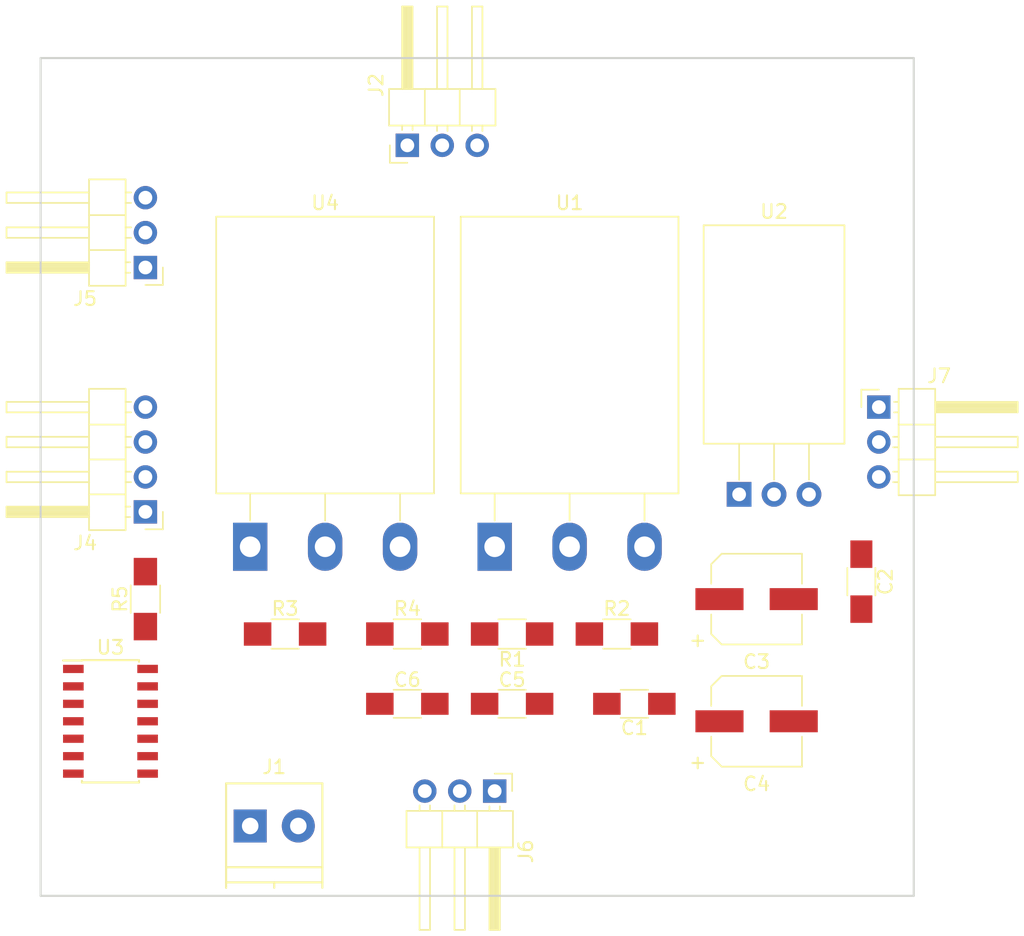
<source format=kicad_pcb>
(kicad_pcb (version 4) (host pcbnew 4.0.7)

  (general
    (links 47)
    (no_connects 47)
    (area 175.26 17.78 271.78 72.39)
    (thickness 1.6)
    (drawings 4)
    (tracks 0)
    (zones 0)
    (modules 21)
    (nets 17)
  )

  (page A4)
  (layers
    (0 F.Cu signal)
    (31 B.Cu signal)
    (32 B.Adhes user)
    (33 F.Adhes user)
    (34 B.Paste user)
    (35 F.Paste user)
    (36 B.SilkS user)
    (37 F.SilkS user)
    (38 B.Mask user)
    (39 F.Mask user)
    (40 Dwgs.User user)
    (41 Cmts.User user)
    (42 Eco1.User user)
    (43 Eco2.User user)
    (44 Edge.Cuts user)
    (45 Margin user)
    (46 B.CrtYd user)
    (47 F.CrtYd user)
    (48 B.Fab user)
    (49 F.Fab user)
  )

  (setup
    (last_trace_width 0.25)
    (trace_clearance 0.2)
    (zone_clearance 0.508)
    (zone_45_only no)
    (trace_min 0.2)
    (segment_width 0.2)
    (edge_width 0.15)
    (via_size 0.6)
    (via_drill 0.4)
    (via_min_size 0.4)
    (via_min_drill 0.3)
    (uvia_size 0.3)
    (uvia_drill 0.1)
    (uvias_allowed no)
    (uvia_min_size 0.2)
    (uvia_min_drill 0.1)
    (pcb_text_width 0.3)
    (pcb_text_size 1.5 1.5)
    (mod_edge_width 0.15)
    (mod_text_size 1 1)
    (mod_text_width 0.15)
    (pad_size 1.524 1.524)
    (pad_drill 0.762)
    (pad_to_mask_clearance 0.2)
    (aux_axis_origin 0 0)
    (visible_elements 7FFFFFFF)
    (pcbplotparams
      (layerselection 0x00030_80000001)
      (usegerberextensions false)
      (excludeedgelayer true)
      (linewidth 0.100000)
      (plotframeref false)
      (viasonmask false)
      (mode 1)
      (useauxorigin false)
      (hpglpennumber 1)
      (hpglpenspeed 20)
      (hpglpendiameter 15)
      (hpglpenoverlay 2)
      (psnegative false)
      (psa4output false)
      (plotreference true)
      (plotvalue true)
      (plotinvisibletext false)
      (padsonsilk false)
      (subtractmaskfromsilk false)
      (outputformat 1)
      (mirror false)
      (drillshape 1)
      (scaleselection 1)
      (outputdirectory ""))
  )

  (net 0 "")
  (net 1 GND)
  (net 2 "Net-(R1-Pad2)")
  (net 3 +12V)
  (net 4 +5V)
  (net 5 /PWR12)
  (net 6 /PWR34)
  (net 7 DATA)
  (net 8 /DTR)
  (net 9 /RXO)
  (net 10 /TXI)
  (net 11 "Net-(R3-Pad2)")
  (net 12 "Net-(R5-Pad2)")
  (net 13 "Net-(U3-Pad4)")
  (net 14 "Net-(U3-Pad5)")
  (net 15 "Net-(U3-Pad6)")
  (net 16 VCC)

  (net_class Default "This is the default net class."
    (clearance 0.2)
    (trace_width 0.25)
    (via_dia 0.6)
    (via_drill 0.4)
    (uvia_dia 0.3)
    (uvia_drill 0.1)
    (add_net +12V)
    (add_net +5V)
    (add_net /DTR)
    (add_net /PWR12)
    (add_net /PWR34)
    (add_net /RXO)
    (add_net /TXI)
    (add_net DATA)
    (add_net GND)
    (add_net "Net-(R1-Pad2)")
    (add_net "Net-(R3-Pad2)")
    (add_net "Net-(R5-Pad2)")
    (add_net "Net-(U3-Pad4)")
    (add_net "Net-(U3-Pad5)")
    (add_net "Net-(U3-Pad6)")
    (add_net VCC)
  )

  (module TerminalBlocks_Phoenix:TerminalBlock_Phoenix_PT-3.5mm_2pol placed (layer F.Cu) (tedit 59FF0756) (tstamp 5A83C84B)
    (at 120.65 114.3)
    (descr "2-way 3.5mm pitch terminal block, Phoenix PT series")
    (path /5A7A5435)
    (fp_text reference J1 (at 1.75 -4.3) (layer F.SilkS)
      (effects (font (size 1 1) (thickness 0.15)))
    )
    (fp_text value 12V (at 1.75 6) (layer F.Fab)
      (effects (font (size 1 1) (thickness 0.15)))
    )
    (fp_text user %R (at 1.75 0) (layer F.Fab)
      (effects (font (size 1 1) (thickness 0.15)))
    )
    (fp_line (start -1.9 -3.3) (end 5.4 -3.3) (layer F.CrtYd) (width 0.05))
    (fp_line (start -1.9 4.7) (end -1.9 -3.3) (layer F.CrtYd) (width 0.05))
    (fp_line (start 5.4 4.7) (end -1.9 4.7) (layer F.CrtYd) (width 0.05))
    (fp_line (start 5.4 -3.3) (end 5.4 4.7) (layer F.CrtYd) (width 0.05))
    (fp_line (start 1.75 4.1) (end 1.75 4.5) (layer F.SilkS) (width 0.15))
    (fp_line (start -1.75 3) (end 5.25 3) (layer F.SilkS) (width 0.15))
    (fp_line (start -1.75 4.1) (end 5.25 4.1) (layer F.SilkS) (width 0.15))
    (fp_line (start -1.75 -3.1) (end -1.75 4.5) (layer F.SilkS) (width 0.15))
    (fp_line (start 5.25 4.5) (end 5.25 -3.1) (layer F.SilkS) (width 0.15))
    (fp_line (start 5.25 -3.1) (end -1.75 -3.1) (layer F.SilkS) (width 0.15))
    (pad 2 thru_hole circle (at 3.5 0) (size 2.4 2.4) (drill 1.2) (layers *.Cu *.Mask)
      (net 3 +12V))
    (pad 1 thru_hole rect (at 0 0) (size 2.4 2.4) (drill 1.2) (layers *.Cu *.Mask)
      (net 1 GND))
    (model ${KISYS3DMOD}/TerminalBlock_Phoenix.3dshapes/TerminalBlock_Phoenix_PT-3.5mm_2pol.wrl
      (at (xyz 0 0 0))
      (scale (xyz 1 1 1))
      (rotate (xyz 0 0 0))
    )
  )

  (module Resistors_SMD:R_1206_HandSoldering placed (layer F.Cu) (tedit 58E0A804) (tstamp 5A83C85D)
    (at 139.7 100.33 180)
    (descr "Resistor SMD 1206, hand soldering")
    (tags "resistor 1206")
    (path /5A7A511D)
    (attr smd)
    (fp_text reference R1 (at 0 -1.85 180) (layer F.SilkS)
      (effects (font (size 1 1) (thickness 0.15)))
    )
    (fp_text value 330 (at 0 1.9 180) (layer F.Fab)
      (effects (font (size 1 1) (thickness 0.15)))
    )
    (fp_text user %R (at 0 0 180) (layer F.Fab)
      (effects (font (size 0.7 0.7) (thickness 0.105)))
    )
    (fp_line (start -1.6 0.8) (end -1.6 -0.8) (layer F.Fab) (width 0.1))
    (fp_line (start 1.6 0.8) (end -1.6 0.8) (layer F.Fab) (width 0.1))
    (fp_line (start 1.6 -0.8) (end 1.6 0.8) (layer F.Fab) (width 0.1))
    (fp_line (start -1.6 -0.8) (end 1.6 -0.8) (layer F.Fab) (width 0.1))
    (fp_line (start 1 1.07) (end -1 1.07) (layer F.SilkS) (width 0.12))
    (fp_line (start -1 -1.07) (end 1 -1.07) (layer F.SilkS) (width 0.12))
    (fp_line (start -3.25 -1.11) (end 3.25 -1.11) (layer F.CrtYd) (width 0.05))
    (fp_line (start -3.25 -1.11) (end -3.25 1.1) (layer F.CrtYd) (width 0.05))
    (fp_line (start 3.25 1.1) (end 3.25 -1.11) (layer F.CrtYd) (width 0.05))
    (fp_line (start 3.25 1.1) (end -3.25 1.1) (layer F.CrtYd) (width 0.05))
    (pad 1 smd rect (at -2 0 180) (size 2 1.7) (layers F.Cu F.Paste F.Mask)
      (net 5 /PWR12))
    (pad 2 smd rect (at 2 0 180) (size 2 1.7) (layers F.Cu F.Paste F.Mask)
      (net 2 "Net-(R1-Pad2)"))
    (model ${KISYS3DMOD}/Resistors_SMD.3dshapes/R_1206.wrl
      (at (xyz 0 0 0))
      (scale (xyz 1 1 1))
      (rotate (xyz 0 0 0))
    )
  )

  (module Resistors_SMD:R_1206_HandSoldering placed (layer F.Cu) (tedit 58E0A804) (tstamp 5A83C863)
    (at 147.32 100.33)
    (descr "Resistor SMD 1206, hand soldering")
    (tags "resistor 1206")
    (path /5A7A5040)
    (attr smd)
    (fp_text reference R2 (at 0 -1.85) (layer F.SilkS)
      (effects (font (size 1 1) (thickness 0.15)))
    )
    (fp_text value 1.8k (at 0 1.9) (layer F.Fab)
      (effects (font (size 1 1) (thickness 0.15)))
    )
    (fp_text user %R (at 0 0) (layer F.Fab)
      (effects (font (size 0.7 0.7) (thickness 0.105)))
    )
    (fp_line (start -1.6 0.8) (end -1.6 -0.8) (layer F.Fab) (width 0.1))
    (fp_line (start 1.6 0.8) (end -1.6 0.8) (layer F.Fab) (width 0.1))
    (fp_line (start 1.6 -0.8) (end 1.6 0.8) (layer F.Fab) (width 0.1))
    (fp_line (start -1.6 -0.8) (end 1.6 -0.8) (layer F.Fab) (width 0.1))
    (fp_line (start 1 1.07) (end -1 1.07) (layer F.SilkS) (width 0.12))
    (fp_line (start -1 -1.07) (end 1 -1.07) (layer F.SilkS) (width 0.12))
    (fp_line (start -3.25 -1.11) (end 3.25 -1.11) (layer F.CrtYd) (width 0.05))
    (fp_line (start -3.25 -1.11) (end -3.25 1.1) (layer F.CrtYd) (width 0.05))
    (fp_line (start 3.25 1.1) (end 3.25 -1.11) (layer F.CrtYd) (width 0.05))
    (fp_line (start 3.25 1.1) (end -3.25 1.1) (layer F.CrtYd) (width 0.05))
    (pad 1 smd rect (at -2 0) (size 2 1.7) (layers F.Cu F.Paste F.Mask)
      (net 2 "Net-(R1-Pad2)"))
    (pad 2 smd rect (at 2 0) (size 2 1.7) (layers F.Cu F.Paste F.Mask)
      (net 1 GND))
    (model ${KISYS3DMOD}/Resistors_SMD.3dshapes/R_1206.wrl
      (at (xyz 0 0 0))
      (scale (xyz 1 1 1))
      (rotate (xyz 0 0 0))
    )
  )

  (module TO_SOT_Packages_THT:TO-3PB__Horizontal placed (layer F.Cu) (tedit 58CE52AE) (tstamp 5A83C86B)
    (at 138.43 93.98)
    (descr "TO-3PB, Horizontal, RM 5.45mm, ")
    (tags "TO-3PB Horizontal RM 5.45mm ")
    (path /5A7A4FBF)
    (fp_text reference U1 (at 5.45 -25.02) (layer F.SilkS)
      (effects (font (size 1 1) (thickness 0.15)))
    )
    (fp_text value LM317_12 (at 5.45 2.75) (layer F.Fab)
      (effects (font (size 1 1) (thickness 0.15)))
    )
    (fp_text user %R (at 5.45 -25.02) (layer F.Fab)
      (effects (font (size 1 1) (thickness 0.15)))
    )
    (fp_line (start -2.35 -17.9) (end -2.35 -22.1) (layer F.Fab) (width 0.1))
    (fp_line (start -2.35 -22.1) (end -0.55 -23.9) (layer F.Fab) (width 0.1))
    (fp_line (start -0.55 -23.9) (end 11.45 -23.9) (layer F.Fab) (width 0.1))
    (fp_line (start 11.45 -23.9) (end 13.25 -22.1) (layer F.Fab) (width 0.1))
    (fp_line (start 13.25 -22.1) (end 13.25 -17.9) (layer F.Fab) (width 0.1))
    (fp_line (start -2.35 -4) (end -2.35 -17.9) (layer F.Fab) (width 0.1))
    (fp_line (start -2.35 -17.9) (end 0.651 -21.9) (layer F.Fab) (width 0.1))
    (fp_line (start 0.651 -21.9) (end 10.25 -21.9) (layer F.Fab) (width 0.1))
    (fp_line (start 10.25 -21.9) (end 13.25 -17.9) (layer F.Fab) (width 0.1))
    (fp_line (start 13.25 -17.9) (end 13.25 -4) (layer F.Fab) (width 0.1))
    (fp_line (start 13.25 -4) (end -2.35 -4) (layer F.Fab) (width 0.1))
    (fp_line (start 0 -4) (end 0 0) (layer F.Fab) (width 0.1))
    (fp_line (start 5.45 -4) (end 5.45 0) (layer F.Fab) (width 0.1))
    (fp_line (start 10.9 -4) (end 10.9 0) (layer F.Fab) (width 0.1))
    (fp_line (start -2.47 -3.88) (end 13.37 -3.88) (layer F.SilkS) (width 0.12))
    (fp_line (start -2.47 -24.02) (end 13.37 -24.02) (layer F.SilkS) (width 0.12))
    (fp_line (start -2.47 -24.02) (end -2.47 -3.88) (layer F.SilkS) (width 0.12))
    (fp_line (start 13.37 -24.02) (end 13.37 -3.88) (layer F.SilkS) (width 0.12))
    (fp_line (start 0 -3.88) (end 0 -1.9) (layer F.SilkS) (width 0.12))
    (fp_line (start 5.45 -3.88) (end 5.45 -1.9) (layer F.SilkS) (width 0.12))
    (fp_line (start 10.9 -3.88) (end 10.9 -1.9) (layer F.SilkS) (width 0.12))
    (fp_line (start -2.6 -24.15) (end -2.6 2) (layer F.CrtYd) (width 0.05))
    (fp_line (start -2.6 2) (end 13.51 2) (layer F.CrtYd) (width 0.05))
    (fp_line (start 13.51 2) (end 13.51 -24.15) (layer F.CrtYd) (width 0.05))
    (fp_line (start 13.51 -24.15) (end -2.6 -24.15) (layer F.CrtYd) (width 0.05))
    (fp_circle (center 5.45 -18.9) (end 7.05 -18.9) (layer F.Fab) (width 0.1))
    (pad 0 np_thru_hole oval (at 5.45 -18.9) (size 3.5 3.5) (drill 3.5) (layers *.Cu *.Mask))
    (pad 1 thru_hole rect (at 0 0) (size 2.5 3.5) (drill 1.5) (layers *.Cu *.Mask)
      (net 2 "Net-(R1-Pad2)"))
    (pad 2 thru_hole oval (at 5.45 0) (size 2.5 3.5) (drill 1.5) (layers *.Cu *.Mask)
      (net 3 +12V))
    (pad 3 thru_hole oval (at 10.9 0) (size 2.5 3.5) (drill 1.5) (layers *.Cu *.Mask)
      (net 5 /PWR12))
    (model ${KISYS3DMOD}/TO_SOT_Packages_THT.3dshapes/TO-3PB__Horizontal.wrl
      (at (xyz 0 0 0))
      (scale (xyz 0.393701 0.393701 0.393701))
      (rotate (xyz 0 0 0))
    )
  )

  (module Pin_Headers:Pin_Header_Angled_1x03_Pitch2.54mm placed (layer F.Cu) (tedit 59650532) (tstamp 5A83C8A7)
    (at 132.08 64.77 90)
    (descr "Through hole angled pin header, 1x03, 2.54mm pitch, 6mm pin length, single row")
    (tags "Through hole angled pin header THT 1x03 2.54mm single row")
    (path /5A7A565B)
    (fp_text reference J2 (at 4.385 -2.27 90) (layer F.SilkS)
      (effects (font (size 1 1) (thickness 0.15)))
    )
    (fp_text value LEG1 (at 4.385 7.35 90) (layer F.Fab)
      (effects (font (size 1 1) (thickness 0.15)))
    )
    (fp_line (start 2.135 -1.27) (end 4.04 -1.27) (layer F.Fab) (width 0.1))
    (fp_line (start 4.04 -1.27) (end 4.04 6.35) (layer F.Fab) (width 0.1))
    (fp_line (start 4.04 6.35) (end 1.5 6.35) (layer F.Fab) (width 0.1))
    (fp_line (start 1.5 6.35) (end 1.5 -0.635) (layer F.Fab) (width 0.1))
    (fp_line (start 1.5 -0.635) (end 2.135 -1.27) (layer F.Fab) (width 0.1))
    (fp_line (start -0.32 -0.32) (end 1.5 -0.32) (layer F.Fab) (width 0.1))
    (fp_line (start -0.32 -0.32) (end -0.32 0.32) (layer F.Fab) (width 0.1))
    (fp_line (start -0.32 0.32) (end 1.5 0.32) (layer F.Fab) (width 0.1))
    (fp_line (start 4.04 -0.32) (end 10.04 -0.32) (layer F.Fab) (width 0.1))
    (fp_line (start 10.04 -0.32) (end 10.04 0.32) (layer F.Fab) (width 0.1))
    (fp_line (start 4.04 0.32) (end 10.04 0.32) (layer F.Fab) (width 0.1))
    (fp_line (start -0.32 2.22) (end 1.5 2.22) (layer F.Fab) (width 0.1))
    (fp_line (start -0.32 2.22) (end -0.32 2.86) (layer F.Fab) (width 0.1))
    (fp_line (start -0.32 2.86) (end 1.5 2.86) (layer F.Fab) (width 0.1))
    (fp_line (start 4.04 2.22) (end 10.04 2.22) (layer F.Fab) (width 0.1))
    (fp_line (start 10.04 2.22) (end 10.04 2.86) (layer F.Fab) (width 0.1))
    (fp_line (start 4.04 2.86) (end 10.04 2.86) (layer F.Fab) (width 0.1))
    (fp_line (start -0.32 4.76) (end 1.5 4.76) (layer F.Fab) (width 0.1))
    (fp_line (start -0.32 4.76) (end -0.32 5.4) (layer F.Fab) (width 0.1))
    (fp_line (start -0.32 5.4) (end 1.5 5.4) (layer F.Fab) (width 0.1))
    (fp_line (start 4.04 4.76) (end 10.04 4.76) (layer F.Fab) (width 0.1))
    (fp_line (start 10.04 4.76) (end 10.04 5.4) (layer F.Fab) (width 0.1))
    (fp_line (start 4.04 5.4) (end 10.04 5.4) (layer F.Fab) (width 0.1))
    (fp_line (start 1.44 -1.33) (end 1.44 6.41) (layer F.SilkS) (width 0.12))
    (fp_line (start 1.44 6.41) (end 4.1 6.41) (layer F.SilkS) (width 0.12))
    (fp_line (start 4.1 6.41) (end 4.1 -1.33) (layer F.SilkS) (width 0.12))
    (fp_line (start 4.1 -1.33) (end 1.44 -1.33) (layer F.SilkS) (width 0.12))
    (fp_line (start 4.1 -0.38) (end 10.1 -0.38) (layer F.SilkS) (width 0.12))
    (fp_line (start 10.1 -0.38) (end 10.1 0.38) (layer F.SilkS) (width 0.12))
    (fp_line (start 10.1 0.38) (end 4.1 0.38) (layer F.SilkS) (width 0.12))
    (fp_line (start 4.1 -0.32) (end 10.1 -0.32) (layer F.SilkS) (width 0.12))
    (fp_line (start 4.1 -0.2) (end 10.1 -0.2) (layer F.SilkS) (width 0.12))
    (fp_line (start 4.1 -0.08) (end 10.1 -0.08) (layer F.SilkS) (width 0.12))
    (fp_line (start 4.1 0.04) (end 10.1 0.04) (layer F.SilkS) (width 0.12))
    (fp_line (start 4.1 0.16) (end 10.1 0.16) (layer F.SilkS) (width 0.12))
    (fp_line (start 4.1 0.28) (end 10.1 0.28) (layer F.SilkS) (width 0.12))
    (fp_line (start 1.11 -0.38) (end 1.44 -0.38) (layer F.SilkS) (width 0.12))
    (fp_line (start 1.11 0.38) (end 1.44 0.38) (layer F.SilkS) (width 0.12))
    (fp_line (start 1.44 1.27) (end 4.1 1.27) (layer F.SilkS) (width 0.12))
    (fp_line (start 4.1 2.16) (end 10.1 2.16) (layer F.SilkS) (width 0.12))
    (fp_line (start 10.1 2.16) (end 10.1 2.92) (layer F.SilkS) (width 0.12))
    (fp_line (start 10.1 2.92) (end 4.1 2.92) (layer F.SilkS) (width 0.12))
    (fp_line (start 1.042929 2.16) (end 1.44 2.16) (layer F.SilkS) (width 0.12))
    (fp_line (start 1.042929 2.92) (end 1.44 2.92) (layer F.SilkS) (width 0.12))
    (fp_line (start 1.44 3.81) (end 4.1 3.81) (layer F.SilkS) (width 0.12))
    (fp_line (start 4.1 4.7) (end 10.1 4.7) (layer F.SilkS) (width 0.12))
    (fp_line (start 10.1 4.7) (end 10.1 5.46) (layer F.SilkS) (width 0.12))
    (fp_line (start 10.1 5.46) (end 4.1 5.46) (layer F.SilkS) (width 0.12))
    (fp_line (start 1.042929 4.7) (end 1.44 4.7) (layer F.SilkS) (width 0.12))
    (fp_line (start 1.042929 5.46) (end 1.44 5.46) (layer F.SilkS) (width 0.12))
    (fp_line (start -1.27 0) (end -1.27 -1.27) (layer F.SilkS) (width 0.12))
    (fp_line (start -1.27 -1.27) (end 0 -1.27) (layer F.SilkS) (width 0.12))
    (fp_line (start -1.8 -1.8) (end -1.8 6.85) (layer F.CrtYd) (width 0.05))
    (fp_line (start -1.8 6.85) (end 10.55 6.85) (layer F.CrtYd) (width 0.05))
    (fp_line (start 10.55 6.85) (end 10.55 -1.8) (layer F.CrtYd) (width 0.05))
    (fp_line (start 10.55 -1.8) (end -1.8 -1.8) (layer F.CrtYd) (width 0.05))
    (fp_text user %R (at 2.77 2.54 180) (layer F.Fab)
      (effects (font (size 1 1) (thickness 0.15)))
    )
    (pad 1 thru_hole rect (at 0 0 90) (size 1.7 1.7) (drill 1) (layers *.Cu *.Mask)
      (net 1 GND))
    (pad 2 thru_hole oval (at 0 2.54 90) (size 1.7 1.7) (drill 1) (layers *.Cu *.Mask)
      (net 5 /PWR12))
    (pad 3 thru_hole oval (at 0 5.08 90) (size 1.7 1.7) (drill 1) (layers *.Cu *.Mask)
      (net 7 DATA))
    (model ${KISYS3DMOD}/Pin_Headers.3dshapes/Pin_Header_Angled_1x03_Pitch2.54mm.wrl
      (at (xyz 0 0 0))
      (scale (xyz 1 1 1))
      (rotate (xyz 0 0 0))
    )
  )

  (module Capacitors_SMD:C_1206_HandSoldering placed (layer F.Cu) (tedit 58AA84D1) (tstamp 5A7E06B5)
    (at 148.59 105.41 180)
    (descr "Capacitor SMD 1206, hand soldering")
    (tags "capacitor 1206")
    (path /5A7D6F2A)
    (attr smd)
    (fp_text reference C1 (at 0 -1.75 180) (layer F.SilkS)
      (effects (font (size 1 1) (thickness 0.15)))
    )
    (fp_text value C (at 0 2 180) (layer F.Fab)
      (effects (font (size 1 1) (thickness 0.15)))
    )
    (fp_text user %R (at 0 -1.75 180) (layer F.Fab)
      (effects (font (size 1 1) (thickness 0.15)))
    )
    (fp_line (start -1.6 0.8) (end -1.6 -0.8) (layer F.Fab) (width 0.1))
    (fp_line (start 1.6 0.8) (end -1.6 0.8) (layer F.Fab) (width 0.1))
    (fp_line (start 1.6 -0.8) (end 1.6 0.8) (layer F.Fab) (width 0.1))
    (fp_line (start -1.6 -0.8) (end 1.6 -0.8) (layer F.Fab) (width 0.1))
    (fp_line (start 1 -1.02) (end -1 -1.02) (layer F.SilkS) (width 0.12))
    (fp_line (start -1 1.02) (end 1 1.02) (layer F.SilkS) (width 0.12))
    (fp_line (start -3.25 -1.05) (end 3.25 -1.05) (layer F.CrtYd) (width 0.05))
    (fp_line (start -3.25 -1.05) (end -3.25 1.05) (layer F.CrtYd) (width 0.05))
    (fp_line (start 3.25 1.05) (end 3.25 -1.05) (layer F.CrtYd) (width 0.05))
    (fp_line (start 3.25 1.05) (end -3.25 1.05) (layer F.CrtYd) (width 0.05))
    (pad 1 smd rect (at -2 0 180) (size 2 1.6) (layers F.Cu F.Paste F.Mask)
      (net 3 +12V))
    (pad 2 smd rect (at 2 0 180) (size 2 1.6) (layers F.Cu F.Paste F.Mask)
      (net 1 GND))
    (model Capacitors_SMD.3dshapes/C_1206.wrl
      (at (xyz 0 0 0))
      (scale (xyz 1 1 1))
      (rotate (xyz 0 0 0))
    )
  )

  (module Capacitors_SMD:C_1206_HandSoldering placed (layer F.Cu) (tedit 58AA84D1) (tstamp 5A7E06BB)
    (at 165.1 96.52 270)
    (descr "Capacitor SMD 1206, hand soldering")
    (tags "capacitor 1206")
    (path /5A7D6ECB)
    (attr smd)
    (fp_text reference C2 (at 0 -1.75 270) (layer F.SilkS)
      (effects (font (size 1 1) (thickness 0.15)))
    )
    (fp_text value C (at 0 2 270) (layer F.Fab)
      (effects (font (size 1 1) (thickness 0.15)))
    )
    (fp_text user %R (at 0 -1.75 270) (layer F.Fab)
      (effects (font (size 1 1) (thickness 0.15)))
    )
    (fp_line (start -1.6 0.8) (end -1.6 -0.8) (layer F.Fab) (width 0.1))
    (fp_line (start 1.6 0.8) (end -1.6 0.8) (layer F.Fab) (width 0.1))
    (fp_line (start 1.6 -0.8) (end 1.6 0.8) (layer F.Fab) (width 0.1))
    (fp_line (start -1.6 -0.8) (end 1.6 -0.8) (layer F.Fab) (width 0.1))
    (fp_line (start 1 -1.02) (end -1 -1.02) (layer F.SilkS) (width 0.12))
    (fp_line (start -1 1.02) (end 1 1.02) (layer F.SilkS) (width 0.12))
    (fp_line (start -3.25 -1.05) (end 3.25 -1.05) (layer F.CrtYd) (width 0.05))
    (fp_line (start -3.25 -1.05) (end -3.25 1.05) (layer F.CrtYd) (width 0.05))
    (fp_line (start 3.25 1.05) (end 3.25 -1.05) (layer F.CrtYd) (width 0.05))
    (fp_line (start 3.25 1.05) (end -3.25 1.05) (layer F.CrtYd) (width 0.05))
    (pad 1 smd rect (at -2 0 270) (size 2 1.6) (layers F.Cu F.Paste F.Mask)
      (net 4 +5V))
    (pad 2 smd rect (at 2 0 270) (size 2 1.6) (layers F.Cu F.Paste F.Mask)
      (net 1 GND))
    (model Capacitors_SMD.3dshapes/C_1206.wrl
      (at (xyz 0 0 0))
      (scale (xyz 1 1 1))
      (rotate (xyz 0 0 0))
    )
  )

  (module Capacitors_SMD:CP_Elec_6.3x4.5 placed (layer F.Cu) (tedit 58AA8B18) (tstamp 5A7E06C1)
    (at 157.48 97.79)
    (descr "SMT capacitor, aluminium electrolytic, 6.3x4.5")
    (path /5A7D66F3)
    (attr smd)
    (fp_text reference C3 (at 0 4.56) (layer F.SilkS)
      (effects (font (size 1 1) (thickness 0.15)))
    )
    (fp_text value .1 (at 0 -4.56) (layer F.Fab)
      (effects (font (size 1 1) (thickness 0.15)))
    )
    (fp_circle (center 0 0) (end 0.9 2.9) (layer F.Fab) (width 0.1))
    (fp_text user + (at -1.73 -0.08) (layer F.Fab)
      (effects (font (size 1 1) (thickness 0.15)))
    )
    (fp_text user + (at -4.28 2.96) (layer F.SilkS)
      (effects (font (size 1 1) (thickness 0.15)))
    )
    (fp_text user %R (at 0 4.56) (layer F.Fab)
      (effects (font (size 1 1) (thickness 0.15)))
    )
    (fp_line (start 3.15 3.15) (end 3.15 -3.15) (layer F.Fab) (width 0.1))
    (fp_line (start -2.48 3.15) (end 3.15 3.15) (layer F.Fab) (width 0.1))
    (fp_line (start -3.15 2.48) (end -2.48 3.15) (layer F.Fab) (width 0.1))
    (fp_line (start -3.15 -2.48) (end -3.15 2.48) (layer F.Fab) (width 0.1))
    (fp_line (start -2.48 -3.15) (end -3.15 -2.48) (layer F.Fab) (width 0.1))
    (fp_line (start 3.15 -3.15) (end -2.48 -3.15) (layer F.Fab) (width 0.1))
    (fp_line (start 3.3 3.3) (end 3.3 1.12) (layer F.SilkS) (width 0.12))
    (fp_line (start 3.3 -3.3) (end 3.3 -1.12) (layer F.SilkS) (width 0.12))
    (fp_line (start -3.3 2.54) (end -3.3 1.12) (layer F.SilkS) (width 0.12))
    (fp_line (start -3.3 -2.54) (end -3.3 -1.12) (layer F.SilkS) (width 0.12))
    (fp_line (start 3.3 3.3) (end -2.54 3.3) (layer F.SilkS) (width 0.12))
    (fp_line (start -2.54 3.3) (end -3.3 2.54) (layer F.SilkS) (width 0.12))
    (fp_line (start -3.3 -2.54) (end -2.54 -3.3) (layer F.SilkS) (width 0.12))
    (fp_line (start -2.54 -3.3) (end 3.3 -3.3) (layer F.SilkS) (width 0.12))
    (fp_line (start -4.7 -3.4) (end 4.7 -3.4) (layer F.CrtYd) (width 0.05))
    (fp_line (start -4.7 -3.4) (end -4.7 3.4) (layer F.CrtYd) (width 0.05))
    (fp_line (start 4.7 3.4) (end 4.7 -3.4) (layer F.CrtYd) (width 0.05))
    (fp_line (start 4.7 3.4) (end -4.7 3.4) (layer F.CrtYd) (width 0.05))
    (pad 1 smd rect (at -2.7 0 180) (size 3.5 1.6) (layers F.Cu F.Paste F.Mask)
      (net 5 /PWR12))
    (pad 2 smd rect (at 2.7 0 180) (size 3.5 1.6) (layers F.Cu F.Paste F.Mask)
      (net 1 GND))
    (model Capacitors_SMD.3dshapes/CP_Elec_6.3x4.5.wrl
      (at (xyz 0 0 0))
      (scale (xyz 1 1 1))
      (rotate (xyz 0 0 180))
    )
  )

  (module Capacitors_SMD:CP_Elec_6.3x4.5 placed (layer F.Cu) (tedit 58AA8B18) (tstamp 5A7E06C7)
    (at 157.48 106.68)
    (descr "SMT capacitor, aluminium electrolytic, 6.3x4.5")
    (path /5A7D683A)
    (attr smd)
    (fp_text reference C4 (at 0 4.56) (layer F.SilkS)
      (effects (font (size 1 1) (thickness 0.15)))
    )
    (fp_text value .1 (at 0 -4.56) (layer F.Fab)
      (effects (font (size 1 1) (thickness 0.15)))
    )
    (fp_circle (center 0 0) (end 0.9 2.9) (layer F.Fab) (width 0.1))
    (fp_text user + (at -1.73 -0.08) (layer F.Fab)
      (effects (font (size 1 1) (thickness 0.15)))
    )
    (fp_text user + (at -4.28 2.96) (layer F.SilkS)
      (effects (font (size 1 1) (thickness 0.15)))
    )
    (fp_text user %R (at 0 4.56) (layer F.Fab)
      (effects (font (size 1 1) (thickness 0.15)))
    )
    (fp_line (start 3.15 3.15) (end 3.15 -3.15) (layer F.Fab) (width 0.1))
    (fp_line (start -2.48 3.15) (end 3.15 3.15) (layer F.Fab) (width 0.1))
    (fp_line (start -3.15 2.48) (end -2.48 3.15) (layer F.Fab) (width 0.1))
    (fp_line (start -3.15 -2.48) (end -3.15 2.48) (layer F.Fab) (width 0.1))
    (fp_line (start -2.48 -3.15) (end -3.15 -2.48) (layer F.Fab) (width 0.1))
    (fp_line (start 3.15 -3.15) (end -2.48 -3.15) (layer F.Fab) (width 0.1))
    (fp_line (start 3.3 3.3) (end 3.3 1.12) (layer F.SilkS) (width 0.12))
    (fp_line (start 3.3 -3.3) (end 3.3 -1.12) (layer F.SilkS) (width 0.12))
    (fp_line (start -3.3 2.54) (end -3.3 1.12) (layer F.SilkS) (width 0.12))
    (fp_line (start -3.3 -2.54) (end -3.3 -1.12) (layer F.SilkS) (width 0.12))
    (fp_line (start 3.3 3.3) (end -2.54 3.3) (layer F.SilkS) (width 0.12))
    (fp_line (start -2.54 3.3) (end -3.3 2.54) (layer F.SilkS) (width 0.12))
    (fp_line (start -3.3 -2.54) (end -2.54 -3.3) (layer F.SilkS) (width 0.12))
    (fp_line (start -2.54 -3.3) (end 3.3 -3.3) (layer F.SilkS) (width 0.12))
    (fp_line (start -4.7 -3.4) (end 4.7 -3.4) (layer F.CrtYd) (width 0.05))
    (fp_line (start -4.7 -3.4) (end -4.7 3.4) (layer F.CrtYd) (width 0.05))
    (fp_line (start 4.7 3.4) (end 4.7 -3.4) (layer F.CrtYd) (width 0.05))
    (fp_line (start 4.7 3.4) (end -4.7 3.4) (layer F.CrtYd) (width 0.05))
    (pad 1 smd rect (at -2.7 0 180) (size 3.5 1.6) (layers F.Cu F.Paste F.Mask)
      (net 6 /PWR34))
    (pad 2 smd rect (at 2.7 0 180) (size 3.5 1.6) (layers F.Cu F.Paste F.Mask)
      (net 1 GND))
    (model Capacitors_SMD.3dshapes/CP_Elec_6.3x4.5.wrl
      (at (xyz 0 0 0))
      (scale (xyz 1 1 1))
      (rotate (xyz 0 0 180))
    )
  )

  (module Capacitors_SMD:C_1206_HandSoldering placed (layer F.Cu) (tedit 58AA84D1) (tstamp 5A7E06CD)
    (at 139.7 105.41)
    (descr "Capacitor SMD 1206, hand soldering")
    (tags "capacitor 1206")
    (path /5A7E0AD9)
    (attr smd)
    (fp_text reference C5 (at 0 -1.75) (layer F.SilkS)
      (effects (font (size 1 1) (thickness 0.15)))
    )
    (fp_text value C (at 0 2) (layer F.Fab)
      (effects (font (size 1 1) (thickness 0.15)))
    )
    (fp_text user %R (at 0 -1.75) (layer F.Fab)
      (effects (font (size 1 1) (thickness 0.15)))
    )
    (fp_line (start -1.6 0.8) (end -1.6 -0.8) (layer F.Fab) (width 0.1))
    (fp_line (start 1.6 0.8) (end -1.6 0.8) (layer F.Fab) (width 0.1))
    (fp_line (start 1.6 -0.8) (end 1.6 0.8) (layer F.Fab) (width 0.1))
    (fp_line (start -1.6 -0.8) (end 1.6 -0.8) (layer F.Fab) (width 0.1))
    (fp_line (start 1 -1.02) (end -1 -1.02) (layer F.SilkS) (width 0.12))
    (fp_line (start -1 1.02) (end 1 1.02) (layer F.SilkS) (width 0.12))
    (fp_line (start -3.25 -1.05) (end 3.25 -1.05) (layer F.CrtYd) (width 0.05))
    (fp_line (start -3.25 -1.05) (end -3.25 1.05) (layer F.CrtYd) (width 0.05))
    (fp_line (start 3.25 1.05) (end 3.25 -1.05) (layer F.CrtYd) (width 0.05))
    (fp_line (start 3.25 1.05) (end -3.25 1.05) (layer F.CrtYd) (width 0.05))
    (pad 1 smd rect (at -2 0) (size 2 1.6) (layers F.Cu F.Paste F.Mask)
      (net 3 +12V))
    (pad 2 smd rect (at 2 0) (size 2 1.6) (layers F.Cu F.Paste F.Mask)
      (net 1 GND))
    (model Capacitors_SMD.3dshapes/C_1206.wrl
      (at (xyz 0 0 0))
      (scale (xyz 1 1 1))
      (rotate (xyz 0 0 0))
    )
  )

  (module Capacitors_SMD:C_1206_HandSoldering placed (layer F.Cu) (tedit 58AA84D1) (tstamp 5A7E06D3)
    (at 132.08 105.41)
    (descr "Capacitor SMD 1206, hand soldering")
    (tags "capacitor 1206")
    (path /5A7E0988)
    (attr smd)
    (fp_text reference C6 (at 0 -1.75) (layer F.SilkS)
      (effects (font (size 1 1) (thickness 0.15)))
    )
    (fp_text value C (at 0 2) (layer F.Fab)
      (effects (font (size 1 1) (thickness 0.15)))
    )
    (fp_text user %R (at 0 -1.75) (layer F.Fab)
      (effects (font (size 1 1) (thickness 0.15)))
    )
    (fp_line (start -1.6 0.8) (end -1.6 -0.8) (layer F.Fab) (width 0.1))
    (fp_line (start 1.6 0.8) (end -1.6 0.8) (layer F.Fab) (width 0.1))
    (fp_line (start 1.6 -0.8) (end 1.6 0.8) (layer F.Fab) (width 0.1))
    (fp_line (start -1.6 -0.8) (end 1.6 -0.8) (layer F.Fab) (width 0.1))
    (fp_line (start 1 -1.02) (end -1 -1.02) (layer F.SilkS) (width 0.12))
    (fp_line (start -1 1.02) (end 1 1.02) (layer F.SilkS) (width 0.12))
    (fp_line (start -3.25 -1.05) (end 3.25 -1.05) (layer F.CrtYd) (width 0.05))
    (fp_line (start -3.25 -1.05) (end -3.25 1.05) (layer F.CrtYd) (width 0.05))
    (fp_line (start 3.25 1.05) (end 3.25 -1.05) (layer F.CrtYd) (width 0.05))
    (fp_line (start 3.25 1.05) (end -3.25 1.05) (layer F.CrtYd) (width 0.05))
    (pad 1 smd rect (at -2 0) (size 2 1.6) (layers F.Cu F.Paste F.Mask)
      (net 3 +12V))
    (pad 2 smd rect (at 2 0) (size 2 1.6) (layers F.Cu F.Paste F.Mask)
      (net 1 GND))
    (model Capacitors_SMD.3dshapes/C_1206.wrl
      (at (xyz 0 0 0))
      (scale (xyz 1 1 1))
      (rotate (xyz 0 0 0))
    )
  )

  (module Pin_Headers:Pin_Header_Angled_1x04_Pitch2.54mm placed (layer F.Cu) (tedit 59650532) (tstamp 5A7E06DB)
    (at 113.03 91.44 180)
    (descr "Through hole angled pin header, 1x04, 2.54mm pitch, 6mm pin length, single row")
    (tags "Through hole angled pin header THT 1x04 2.54mm single row")
    (path /5A7D3D20)
    (fp_text reference J4 (at 4.385 -2.27 180) (layer F.SilkS)
      (effects (font (size 1 1) (thickness 0.15)))
    )
    (fp_text value Serial (at 4.385 9.89 180) (layer F.Fab)
      (effects (font (size 1 1) (thickness 0.15)))
    )
    (fp_line (start 2.135 -1.27) (end 4.04 -1.27) (layer F.Fab) (width 0.1))
    (fp_line (start 4.04 -1.27) (end 4.04 8.89) (layer F.Fab) (width 0.1))
    (fp_line (start 4.04 8.89) (end 1.5 8.89) (layer F.Fab) (width 0.1))
    (fp_line (start 1.5 8.89) (end 1.5 -0.635) (layer F.Fab) (width 0.1))
    (fp_line (start 1.5 -0.635) (end 2.135 -1.27) (layer F.Fab) (width 0.1))
    (fp_line (start -0.32 -0.32) (end 1.5 -0.32) (layer F.Fab) (width 0.1))
    (fp_line (start -0.32 -0.32) (end -0.32 0.32) (layer F.Fab) (width 0.1))
    (fp_line (start -0.32 0.32) (end 1.5 0.32) (layer F.Fab) (width 0.1))
    (fp_line (start 4.04 -0.32) (end 10.04 -0.32) (layer F.Fab) (width 0.1))
    (fp_line (start 10.04 -0.32) (end 10.04 0.32) (layer F.Fab) (width 0.1))
    (fp_line (start 4.04 0.32) (end 10.04 0.32) (layer F.Fab) (width 0.1))
    (fp_line (start -0.32 2.22) (end 1.5 2.22) (layer F.Fab) (width 0.1))
    (fp_line (start -0.32 2.22) (end -0.32 2.86) (layer F.Fab) (width 0.1))
    (fp_line (start -0.32 2.86) (end 1.5 2.86) (layer F.Fab) (width 0.1))
    (fp_line (start 4.04 2.22) (end 10.04 2.22) (layer F.Fab) (width 0.1))
    (fp_line (start 10.04 2.22) (end 10.04 2.86) (layer F.Fab) (width 0.1))
    (fp_line (start 4.04 2.86) (end 10.04 2.86) (layer F.Fab) (width 0.1))
    (fp_line (start -0.32 4.76) (end 1.5 4.76) (layer F.Fab) (width 0.1))
    (fp_line (start -0.32 4.76) (end -0.32 5.4) (layer F.Fab) (width 0.1))
    (fp_line (start -0.32 5.4) (end 1.5 5.4) (layer F.Fab) (width 0.1))
    (fp_line (start 4.04 4.76) (end 10.04 4.76) (layer F.Fab) (width 0.1))
    (fp_line (start 10.04 4.76) (end 10.04 5.4) (layer F.Fab) (width 0.1))
    (fp_line (start 4.04 5.4) (end 10.04 5.4) (layer F.Fab) (width 0.1))
    (fp_line (start -0.32 7.3) (end 1.5 7.3) (layer F.Fab) (width 0.1))
    (fp_line (start -0.32 7.3) (end -0.32 7.94) (layer F.Fab) (width 0.1))
    (fp_line (start -0.32 7.94) (end 1.5 7.94) (layer F.Fab) (width 0.1))
    (fp_line (start 4.04 7.3) (end 10.04 7.3) (layer F.Fab) (width 0.1))
    (fp_line (start 10.04 7.3) (end 10.04 7.94) (layer F.Fab) (width 0.1))
    (fp_line (start 4.04 7.94) (end 10.04 7.94) (layer F.Fab) (width 0.1))
    (fp_line (start 1.44 -1.33) (end 1.44 8.95) (layer F.SilkS) (width 0.12))
    (fp_line (start 1.44 8.95) (end 4.1 8.95) (layer F.SilkS) (width 0.12))
    (fp_line (start 4.1 8.95) (end 4.1 -1.33) (layer F.SilkS) (width 0.12))
    (fp_line (start 4.1 -1.33) (end 1.44 -1.33) (layer F.SilkS) (width 0.12))
    (fp_line (start 4.1 -0.38) (end 10.1 -0.38) (layer F.SilkS) (width 0.12))
    (fp_line (start 10.1 -0.38) (end 10.1 0.38) (layer F.SilkS) (width 0.12))
    (fp_line (start 10.1 0.38) (end 4.1 0.38) (layer F.SilkS) (width 0.12))
    (fp_line (start 4.1 -0.32) (end 10.1 -0.32) (layer F.SilkS) (width 0.12))
    (fp_line (start 4.1 -0.2) (end 10.1 -0.2) (layer F.SilkS) (width 0.12))
    (fp_line (start 4.1 -0.08) (end 10.1 -0.08) (layer F.SilkS) (width 0.12))
    (fp_line (start 4.1 0.04) (end 10.1 0.04) (layer F.SilkS) (width 0.12))
    (fp_line (start 4.1 0.16) (end 10.1 0.16) (layer F.SilkS) (width 0.12))
    (fp_line (start 4.1 0.28) (end 10.1 0.28) (layer F.SilkS) (width 0.12))
    (fp_line (start 1.11 -0.38) (end 1.44 -0.38) (layer F.SilkS) (width 0.12))
    (fp_line (start 1.11 0.38) (end 1.44 0.38) (layer F.SilkS) (width 0.12))
    (fp_line (start 1.44 1.27) (end 4.1 1.27) (layer F.SilkS) (width 0.12))
    (fp_line (start 4.1 2.16) (end 10.1 2.16) (layer F.SilkS) (width 0.12))
    (fp_line (start 10.1 2.16) (end 10.1 2.92) (layer F.SilkS) (width 0.12))
    (fp_line (start 10.1 2.92) (end 4.1 2.92) (layer F.SilkS) (width 0.12))
    (fp_line (start 1.042929 2.16) (end 1.44 2.16) (layer F.SilkS) (width 0.12))
    (fp_line (start 1.042929 2.92) (end 1.44 2.92) (layer F.SilkS) (width 0.12))
    (fp_line (start 1.44 3.81) (end 4.1 3.81) (layer F.SilkS) (width 0.12))
    (fp_line (start 4.1 4.7) (end 10.1 4.7) (layer F.SilkS) (width 0.12))
    (fp_line (start 10.1 4.7) (end 10.1 5.46) (layer F.SilkS) (width 0.12))
    (fp_line (start 10.1 5.46) (end 4.1 5.46) (layer F.SilkS) (width 0.12))
    (fp_line (start 1.042929 4.7) (end 1.44 4.7) (layer F.SilkS) (width 0.12))
    (fp_line (start 1.042929 5.46) (end 1.44 5.46) (layer F.SilkS) (width 0.12))
    (fp_line (start 1.44 6.35) (end 4.1 6.35) (layer F.SilkS) (width 0.12))
    (fp_line (start 4.1 7.24) (end 10.1 7.24) (layer F.SilkS) (width 0.12))
    (fp_line (start 10.1 7.24) (end 10.1 8) (layer F.SilkS) (width 0.12))
    (fp_line (start 10.1 8) (end 4.1 8) (layer F.SilkS) (width 0.12))
    (fp_line (start 1.042929 7.24) (end 1.44 7.24) (layer F.SilkS) (width 0.12))
    (fp_line (start 1.042929 8) (end 1.44 8) (layer F.SilkS) (width 0.12))
    (fp_line (start -1.27 0) (end -1.27 -1.27) (layer F.SilkS) (width 0.12))
    (fp_line (start -1.27 -1.27) (end 0 -1.27) (layer F.SilkS) (width 0.12))
    (fp_line (start -1.8 -1.8) (end -1.8 9.4) (layer F.CrtYd) (width 0.05))
    (fp_line (start -1.8 9.4) (end 10.55 9.4) (layer F.CrtYd) (width 0.05))
    (fp_line (start 10.55 9.4) (end 10.55 -1.8) (layer F.CrtYd) (width 0.05))
    (fp_line (start 10.55 -1.8) (end -1.8 -1.8) (layer F.CrtYd) (width 0.05))
    (fp_text user %R (at 2.77 3.81 270) (layer F.Fab)
      (effects (font (size 1 1) (thickness 0.15)))
    )
    (pad 1 thru_hole rect (at 0 0 180) (size 1.7 1.7) (drill 1) (layers *.Cu *.Mask)
      (net 1 GND))
    (pad 2 thru_hole oval (at 0 2.54 180) (size 1.7 1.7) (drill 1) (layers *.Cu *.Mask)
      (net 8 /DTR))
    (pad 3 thru_hole oval (at 0 5.08 180) (size 1.7 1.7) (drill 1) (layers *.Cu *.Mask)
      (net 9 /RXO))
    (pad 4 thru_hole oval (at 0 7.62 180) (size 1.7 1.7) (drill 1) (layers *.Cu *.Mask)
      (net 10 /TXI))
    (model ${KISYS3DMOD}/Pin_Headers.3dshapes/Pin_Header_Angled_1x04_Pitch2.54mm.wrl
      (at (xyz 0 0 0))
      (scale (xyz 1 1 1))
      (rotate (xyz 0 0 0))
    )
  )

  (module Pin_Headers:Pin_Header_Angled_1x03_Pitch2.54mm placed (layer F.Cu) (tedit 59650532) (tstamp 5A7E06E2)
    (at 113.03 73.66 180)
    (descr "Through hole angled pin header, 1x03, 2.54mm pitch, 6mm pin length, single row")
    (tags "Through hole angled pin header THT 1x03 2.54mm single row")
    (path /5A7D1ADC)
    (fp_text reference J5 (at 4.385 -2.27 180) (layer F.SilkS)
      (effects (font (size 1 1) (thickness 0.15)))
    )
    (fp_text value LEG2 (at 4.385 7.35 180) (layer F.Fab)
      (effects (font (size 1 1) (thickness 0.15)))
    )
    (fp_line (start 2.135 -1.27) (end 4.04 -1.27) (layer F.Fab) (width 0.1))
    (fp_line (start 4.04 -1.27) (end 4.04 6.35) (layer F.Fab) (width 0.1))
    (fp_line (start 4.04 6.35) (end 1.5 6.35) (layer F.Fab) (width 0.1))
    (fp_line (start 1.5 6.35) (end 1.5 -0.635) (layer F.Fab) (width 0.1))
    (fp_line (start 1.5 -0.635) (end 2.135 -1.27) (layer F.Fab) (width 0.1))
    (fp_line (start -0.32 -0.32) (end 1.5 -0.32) (layer F.Fab) (width 0.1))
    (fp_line (start -0.32 -0.32) (end -0.32 0.32) (layer F.Fab) (width 0.1))
    (fp_line (start -0.32 0.32) (end 1.5 0.32) (layer F.Fab) (width 0.1))
    (fp_line (start 4.04 -0.32) (end 10.04 -0.32) (layer F.Fab) (width 0.1))
    (fp_line (start 10.04 -0.32) (end 10.04 0.32) (layer F.Fab) (width 0.1))
    (fp_line (start 4.04 0.32) (end 10.04 0.32) (layer F.Fab) (width 0.1))
    (fp_line (start -0.32 2.22) (end 1.5 2.22) (layer F.Fab) (width 0.1))
    (fp_line (start -0.32 2.22) (end -0.32 2.86) (layer F.Fab) (width 0.1))
    (fp_line (start -0.32 2.86) (end 1.5 2.86) (layer F.Fab) (width 0.1))
    (fp_line (start 4.04 2.22) (end 10.04 2.22) (layer F.Fab) (width 0.1))
    (fp_line (start 10.04 2.22) (end 10.04 2.86) (layer F.Fab) (width 0.1))
    (fp_line (start 4.04 2.86) (end 10.04 2.86) (layer F.Fab) (width 0.1))
    (fp_line (start -0.32 4.76) (end 1.5 4.76) (layer F.Fab) (width 0.1))
    (fp_line (start -0.32 4.76) (end -0.32 5.4) (layer F.Fab) (width 0.1))
    (fp_line (start -0.32 5.4) (end 1.5 5.4) (layer F.Fab) (width 0.1))
    (fp_line (start 4.04 4.76) (end 10.04 4.76) (layer F.Fab) (width 0.1))
    (fp_line (start 10.04 4.76) (end 10.04 5.4) (layer F.Fab) (width 0.1))
    (fp_line (start 4.04 5.4) (end 10.04 5.4) (layer F.Fab) (width 0.1))
    (fp_line (start 1.44 -1.33) (end 1.44 6.41) (layer F.SilkS) (width 0.12))
    (fp_line (start 1.44 6.41) (end 4.1 6.41) (layer F.SilkS) (width 0.12))
    (fp_line (start 4.1 6.41) (end 4.1 -1.33) (layer F.SilkS) (width 0.12))
    (fp_line (start 4.1 -1.33) (end 1.44 -1.33) (layer F.SilkS) (width 0.12))
    (fp_line (start 4.1 -0.38) (end 10.1 -0.38) (layer F.SilkS) (width 0.12))
    (fp_line (start 10.1 -0.38) (end 10.1 0.38) (layer F.SilkS) (width 0.12))
    (fp_line (start 10.1 0.38) (end 4.1 0.38) (layer F.SilkS) (width 0.12))
    (fp_line (start 4.1 -0.32) (end 10.1 -0.32) (layer F.SilkS) (width 0.12))
    (fp_line (start 4.1 -0.2) (end 10.1 -0.2) (layer F.SilkS) (width 0.12))
    (fp_line (start 4.1 -0.08) (end 10.1 -0.08) (layer F.SilkS) (width 0.12))
    (fp_line (start 4.1 0.04) (end 10.1 0.04) (layer F.SilkS) (width 0.12))
    (fp_line (start 4.1 0.16) (end 10.1 0.16) (layer F.SilkS) (width 0.12))
    (fp_line (start 4.1 0.28) (end 10.1 0.28) (layer F.SilkS) (width 0.12))
    (fp_line (start 1.11 -0.38) (end 1.44 -0.38) (layer F.SilkS) (width 0.12))
    (fp_line (start 1.11 0.38) (end 1.44 0.38) (layer F.SilkS) (width 0.12))
    (fp_line (start 1.44 1.27) (end 4.1 1.27) (layer F.SilkS) (width 0.12))
    (fp_line (start 4.1 2.16) (end 10.1 2.16) (layer F.SilkS) (width 0.12))
    (fp_line (start 10.1 2.16) (end 10.1 2.92) (layer F.SilkS) (width 0.12))
    (fp_line (start 10.1 2.92) (end 4.1 2.92) (layer F.SilkS) (width 0.12))
    (fp_line (start 1.042929 2.16) (end 1.44 2.16) (layer F.SilkS) (width 0.12))
    (fp_line (start 1.042929 2.92) (end 1.44 2.92) (layer F.SilkS) (width 0.12))
    (fp_line (start 1.44 3.81) (end 4.1 3.81) (layer F.SilkS) (width 0.12))
    (fp_line (start 4.1 4.7) (end 10.1 4.7) (layer F.SilkS) (width 0.12))
    (fp_line (start 10.1 4.7) (end 10.1 5.46) (layer F.SilkS) (width 0.12))
    (fp_line (start 10.1 5.46) (end 4.1 5.46) (layer F.SilkS) (width 0.12))
    (fp_line (start 1.042929 4.7) (end 1.44 4.7) (layer F.SilkS) (width 0.12))
    (fp_line (start 1.042929 5.46) (end 1.44 5.46) (layer F.SilkS) (width 0.12))
    (fp_line (start -1.27 0) (end -1.27 -1.27) (layer F.SilkS) (width 0.12))
    (fp_line (start -1.27 -1.27) (end 0 -1.27) (layer F.SilkS) (width 0.12))
    (fp_line (start -1.8 -1.8) (end -1.8 6.85) (layer F.CrtYd) (width 0.05))
    (fp_line (start -1.8 6.85) (end 10.55 6.85) (layer F.CrtYd) (width 0.05))
    (fp_line (start 10.55 6.85) (end 10.55 -1.8) (layer F.CrtYd) (width 0.05))
    (fp_line (start 10.55 -1.8) (end -1.8 -1.8) (layer F.CrtYd) (width 0.05))
    (fp_text user %R (at 2.77 2.54 270) (layer F.Fab)
      (effects (font (size 1 1) (thickness 0.15)))
    )
    (pad 1 thru_hole rect (at 0 0 180) (size 1.7 1.7) (drill 1) (layers *.Cu *.Mask)
      (net 1 GND))
    (pad 2 thru_hole oval (at 0 2.54 180) (size 1.7 1.7) (drill 1) (layers *.Cu *.Mask)
      (net 5 /PWR12))
    (pad 3 thru_hole oval (at 0 5.08 180) (size 1.7 1.7) (drill 1) (layers *.Cu *.Mask)
      (net 7 DATA))
    (model ${KISYS3DMOD}/Pin_Headers.3dshapes/Pin_Header_Angled_1x03_Pitch2.54mm.wrl
      (at (xyz 0 0 0))
      (scale (xyz 1 1 1))
      (rotate (xyz 0 0 0))
    )
  )

  (module Pin_Headers:Pin_Header_Angled_1x03_Pitch2.54mm placed (layer F.Cu) (tedit 59650532) (tstamp 5A7E06E9)
    (at 138.43 111.76 270)
    (descr "Through hole angled pin header, 1x03, 2.54mm pitch, 6mm pin length, single row")
    (tags "Through hole angled pin header THT 1x03 2.54mm single row")
    (path /5A7D1B1F)
    (fp_text reference J6 (at 4.385 -2.27 270) (layer F.SilkS)
      (effects (font (size 1 1) (thickness 0.15)))
    )
    (fp_text value LEG3 (at 4.385 7.35 270) (layer F.Fab)
      (effects (font (size 1 1) (thickness 0.15)))
    )
    (fp_line (start 2.135 -1.27) (end 4.04 -1.27) (layer F.Fab) (width 0.1))
    (fp_line (start 4.04 -1.27) (end 4.04 6.35) (layer F.Fab) (width 0.1))
    (fp_line (start 4.04 6.35) (end 1.5 6.35) (layer F.Fab) (width 0.1))
    (fp_line (start 1.5 6.35) (end 1.5 -0.635) (layer F.Fab) (width 0.1))
    (fp_line (start 1.5 -0.635) (end 2.135 -1.27) (layer F.Fab) (width 0.1))
    (fp_line (start -0.32 -0.32) (end 1.5 -0.32) (layer F.Fab) (width 0.1))
    (fp_line (start -0.32 -0.32) (end -0.32 0.32) (layer F.Fab) (width 0.1))
    (fp_line (start -0.32 0.32) (end 1.5 0.32) (layer F.Fab) (width 0.1))
    (fp_line (start 4.04 -0.32) (end 10.04 -0.32) (layer F.Fab) (width 0.1))
    (fp_line (start 10.04 -0.32) (end 10.04 0.32) (layer F.Fab) (width 0.1))
    (fp_line (start 4.04 0.32) (end 10.04 0.32) (layer F.Fab) (width 0.1))
    (fp_line (start -0.32 2.22) (end 1.5 2.22) (layer F.Fab) (width 0.1))
    (fp_line (start -0.32 2.22) (end -0.32 2.86) (layer F.Fab) (width 0.1))
    (fp_line (start -0.32 2.86) (end 1.5 2.86) (layer F.Fab) (width 0.1))
    (fp_line (start 4.04 2.22) (end 10.04 2.22) (layer F.Fab) (width 0.1))
    (fp_line (start 10.04 2.22) (end 10.04 2.86) (layer F.Fab) (width 0.1))
    (fp_line (start 4.04 2.86) (end 10.04 2.86) (layer F.Fab) (width 0.1))
    (fp_line (start -0.32 4.76) (end 1.5 4.76) (layer F.Fab) (width 0.1))
    (fp_line (start -0.32 4.76) (end -0.32 5.4) (layer F.Fab) (width 0.1))
    (fp_line (start -0.32 5.4) (end 1.5 5.4) (layer F.Fab) (width 0.1))
    (fp_line (start 4.04 4.76) (end 10.04 4.76) (layer F.Fab) (width 0.1))
    (fp_line (start 10.04 4.76) (end 10.04 5.4) (layer F.Fab) (width 0.1))
    (fp_line (start 4.04 5.4) (end 10.04 5.4) (layer F.Fab) (width 0.1))
    (fp_line (start 1.44 -1.33) (end 1.44 6.41) (layer F.SilkS) (width 0.12))
    (fp_line (start 1.44 6.41) (end 4.1 6.41) (layer F.SilkS) (width 0.12))
    (fp_line (start 4.1 6.41) (end 4.1 -1.33) (layer F.SilkS) (width 0.12))
    (fp_line (start 4.1 -1.33) (end 1.44 -1.33) (layer F.SilkS) (width 0.12))
    (fp_line (start 4.1 -0.38) (end 10.1 -0.38) (layer F.SilkS) (width 0.12))
    (fp_line (start 10.1 -0.38) (end 10.1 0.38) (layer F.SilkS) (width 0.12))
    (fp_line (start 10.1 0.38) (end 4.1 0.38) (layer F.SilkS) (width 0.12))
    (fp_line (start 4.1 -0.32) (end 10.1 -0.32) (layer F.SilkS) (width 0.12))
    (fp_line (start 4.1 -0.2) (end 10.1 -0.2) (layer F.SilkS) (width 0.12))
    (fp_line (start 4.1 -0.08) (end 10.1 -0.08) (layer F.SilkS) (width 0.12))
    (fp_line (start 4.1 0.04) (end 10.1 0.04) (layer F.SilkS) (width 0.12))
    (fp_line (start 4.1 0.16) (end 10.1 0.16) (layer F.SilkS) (width 0.12))
    (fp_line (start 4.1 0.28) (end 10.1 0.28) (layer F.SilkS) (width 0.12))
    (fp_line (start 1.11 -0.38) (end 1.44 -0.38) (layer F.SilkS) (width 0.12))
    (fp_line (start 1.11 0.38) (end 1.44 0.38) (layer F.SilkS) (width 0.12))
    (fp_line (start 1.44 1.27) (end 4.1 1.27) (layer F.SilkS) (width 0.12))
    (fp_line (start 4.1 2.16) (end 10.1 2.16) (layer F.SilkS) (width 0.12))
    (fp_line (start 10.1 2.16) (end 10.1 2.92) (layer F.SilkS) (width 0.12))
    (fp_line (start 10.1 2.92) (end 4.1 2.92) (layer F.SilkS) (width 0.12))
    (fp_line (start 1.042929 2.16) (end 1.44 2.16) (layer F.SilkS) (width 0.12))
    (fp_line (start 1.042929 2.92) (end 1.44 2.92) (layer F.SilkS) (width 0.12))
    (fp_line (start 1.44 3.81) (end 4.1 3.81) (layer F.SilkS) (width 0.12))
    (fp_line (start 4.1 4.7) (end 10.1 4.7) (layer F.SilkS) (width 0.12))
    (fp_line (start 10.1 4.7) (end 10.1 5.46) (layer F.SilkS) (width 0.12))
    (fp_line (start 10.1 5.46) (end 4.1 5.46) (layer F.SilkS) (width 0.12))
    (fp_line (start 1.042929 4.7) (end 1.44 4.7) (layer F.SilkS) (width 0.12))
    (fp_line (start 1.042929 5.46) (end 1.44 5.46) (layer F.SilkS) (width 0.12))
    (fp_line (start -1.27 0) (end -1.27 -1.27) (layer F.SilkS) (width 0.12))
    (fp_line (start -1.27 -1.27) (end 0 -1.27) (layer F.SilkS) (width 0.12))
    (fp_line (start -1.8 -1.8) (end -1.8 6.85) (layer F.CrtYd) (width 0.05))
    (fp_line (start -1.8 6.85) (end 10.55 6.85) (layer F.CrtYd) (width 0.05))
    (fp_line (start 10.55 6.85) (end 10.55 -1.8) (layer F.CrtYd) (width 0.05))
    (fp_line (start 10.55 -1.8) (end -1.8 -1.8) (layer F.CrtYd) (width 0.05))
    (fp_text user %R (at 2.77 2.54 360) (layer F.Fab)
      (effects (font (size 1 1) (thickness 0.15)))
    )
    (pad 1 thru_hole rect (at 0 0 270) (size 1.7 1.7) (drill 1) (layers *.Cu *.Mask)
      (net 1 GND))
    (pad 2 thru_hole oval (at 0 2.54 270) (size 1.7 1.7) (drill 1) (layers *.Cu *.Mask)
      (net 6 /PWR34))
    (pad 3 thru_hole oval (at 0 5.08 270) (size 1.7 1.7) (drill 1) (layers *.Cu *.Mask)
      (net 7 DATA))
    (model ${KISYS3DMOD}/Pin_Headers.3dshapes/Pin_Header_Angled_1x03_Pitch2.54mm.wrl
      (at (xyz 0 0 0))
      (scale (xyz 1 1 1))
      (rotate (xyz 0 0 0))
    )
  )

  (module Pin_Headers:Pin_Header_Angled_1x03_Pitch2.54mm placed (layer F.Cu) (tedit 59650532) (tstamp 5A7E06F0)
    (at 166.37 83.82)
    (descr "Through hole angled pin header, 1x03, 2.54mm pitch, 6mm pin length, single row")
    (tags "Through hole angled pin header THT 1x03 2.54mm single row")
    (path /5A7D1B52)
    (fp_text reference J7 (at 4.385 -2.27) (layer F.SilkS)
      (effects (font (size 1 1) (thickness 0.15)))
    )
    (fp_text value LEG4 (at 4.385 7.35) (layer F.Fab)
      (effects (font (size 1 1) (thickness 0.15)))
    )
    (fp_line (start 2.135 -1.27) (end 4.04 -1.27) (layer F.Fab) (width 0.1))
    (fp_line (start 4.04 -1.27) (end 4.04 6.35) (layer F.Fab) (width 0.1))
    (fp_line (start 4.04 6.35) (end 1.5 6.35) (layer F.Fab) (width 0.1))
    (fp_line (start 1.5 6.35) (end 1.5 -0.635) (layer F.Fab) (width 0.1))
    (fp_line (start 1.5 -0.635) (end 2.135 -1.27) (layer F.Fab) (width 0.1))
    (fp_line (start -0.32 -0.32) (end 1.5 -0.32) (layer F.Fab) (width 0.1))
    (fp_line (start -0.32 -0.32) (end -0.32 0.32) (layer F.Fab) (width 0.1))
    (fp_line (start -0.32 0.32) (end 1.5 0.32) (layer F.Fab) (width 0.1))
    (fp_line (start 4.04 -0.32) (end 10.04 -0.32) (layer F.Fab) (width 0.1))
    (fp_line (start 10.04 -0.32) (end 10.04 0.32) (layer F.Fab) (width 0.1))
    (fp_line (start 4.04 0.32) (end 10.04 0.32) (layer F.Fab) (width 0.1))
    (fp_line (start -0.32 2.22) (end 1.5 2.22) (layer F.Fab) (width 0.1))
    (fp_line (start -0.32 2.22) (end -0.32 2.86) (layer F.Fab) (width 0.1))
    (fp_line (start -0.32 2.86) (end 1.5 2.86) (layer F.Fab) (width 0.1))
    (fp_line (start 4.04 2.22) (end 10.04 2.22) (layer F.Fab) (width 0.1))
    (fp_line (start 10.04 2.22) (end 10.04 2.86) (layer F.Fab) (width 0.1))
    (fp_line (start 4.04 2.86) (end 10.04 2.86) (layer F.Fab) (width 0.1))
    (fp_line (start -0.32 4.76) (end 1.5 4.76) (layer F.Fab) (width 0.1))
    (fp_line (start -0.32 4.76) (end -0.32 5.4) (layer F.Fab) (width 0.1))
    (fp_line (start -0.32 5.4) (end 1.5 5.4) (layer F.Fab) (width 0.1))
    (fp_line (start 4.04 4.76) (end 10.04 4.76) (layer F.Fab) (width 0.1))
    (fp_line (start 10.04 4.76) (end 10.04 5.4) (layer F.Fab) (width 0.1))
    (fp_line (start 4.04 5.4) (end 10.04 5.4) (layer F.Fab) (width 0.1))
    (fp_line (start 1.44 -1.33) (end 1.44 6.41) (layer F.SilkS) (width 0.12))
    (fp_line (start 1.44 6.41) (end 4.1 6.41) (layer F.SilkS) (width 0.12))
    (fp_line (start 4.1 6.41) (end 4.1 -1.33) (layer F.SilkS) (width 0.12))
    (fp_line (start 4.1 -1.33) (end 1.44 -1.33) (layer F.SilkS) (width 0.12))
    (fp_line (start 4.1 -0.38) (end 10.1 -0.38) (layer F.SilkS) (width 0.12))
    (fp_line (start 10.1 -0.38) (end 10.1 0.38) (layer F.SilkS) (width 0.12))
    (fp_line (start 10.1 0.38) (end 4.1 0.38) (layer F.SilkS) (width 0.12))
    (fp_line (start 4.1 -0.32) (end 10.1 -0.32) (layer F.SilkS) (width 0.12))
    (fp_line (start 4.1 -0.2) (end 10.1 -0.2) (layer F.SilkS) (width 0.12))
    (fp_line (start 4.1 -0.08) (end 10.1 -0.08) (layer F.SilkS) (width 0.12))
    (fp_line (start 4.1 0.04) (end 10.1 0.04) (layer F.SilkS) (width 0.12))
    (fp_line (start 4.1 0.16) (end 10.1 0.16) (layer F.SilkS) (width 0.12))
    (fp_line (start 4.1 0.28) (end 10.1 0.28) (layer F.SilkS) (width 0.12))
    (fp_line (start 1.11 -0.38) (end 1.44 -0.38) (layer F.SilkS) (width 0.12))
    (fp_line (start 1.11 0.38) (end 1.44 0.38) (layer F.SilkS) (width 0.12))
    (fp_line (start 1.44 1.27) (end 4.1 1.27) (layer F.SilkS) (width 0.12))
    (fp_line (start 4.1 2.16) (end 10.1 2.16) (layer F.SilkS) (width 0.12))
    (fp_line (start 10.1 2.16) (end 10.1 2.92) (layer F.SilkS) (width 0.12))
    (fp_line (start 10.1 2.92) (end 4.1 2.92) (layer F.SilkS) (width 0.12))
    (fp_line (start 1.042929 2.16) (end 1.44 2.16) (layer F.SilkS) (width 0.12))
    (fp_line (start 1.042929 2.92) (end 1.44 2.92) (layer F.SilkS) (width 0.12))
    (fp_line (start 1.44 3.81) (end 4.1 3.81) (layer F.SilkS) (width 0.12))
    (fp_line (start 4.1 4.7) (end 10.1 4.7) (layer F.SilkS) (width 0.12))
    (fp_line (start 10.1 4.7) (end 10.1 5.46) (layer F.SilkS) (width 0.12))
    (fp_line (start 10.1 5.46) (end 4.1 5.46) (layer F.SilkS) (width 0.12))
    (fp_line (start 1.042929 4.7) (end 1.44 4.7) (layer F.SilkS) (width 0.12))
    (fp_line (start 1.042929 5.46) (end 1.44 5.46) (layer F.SilkS) (width 0.12))
    (fp_line (start -1.27 0) (end -1.27 -1.27) (layer F.SilkS) (width 0.12))
    (fp_line (start -1.27 -1.27) (end 0 -1.27) (layer F.SilkS) (width 0.12))
    (fp_line (start -1.8 -1.8) (end -1.8 6.85) (layer F.CrtYd) (width 0.05))
    (fp_line (start -1.8 6.85) (end 10.55 6.85) (layer F.CrtYd) (width 0.05))
    (fp_line (start 10.55 6.85) (end 10.55 -1.8) (layer F.CrtYd) (width 0.05))
    (fp_line (start 10.55 -1.8) (end -1.8 -1.8) (layer F.CrtYd) (width 0.05))
    (fp_text user %R (at 2.77 2.54 90) (layer F.Fab)
      (effects (font (size 1 1) (thickness 0.15)))
    )
    (pad 1 thru_hole rect (at 0 0) (size 1.7 1.7) (drill 1) (layers *.Cu *.Mask)
      (net 1 GND))
    (pad 2 thru_hole oval (at 0 2.54) (size 1.7 1.7) (drill 1) (layers *.Cu *.Mask)
      (net 6 /PWR34))
    (pad 3 thru_hole oval (at 0 5.08) (size 1.7 1.7) (drill 1) (layers *.Cu *.Mask)
      (net 7 DATA))
    (model ${KISYS3DMOD}/Pin_Headers.3dshapes/Pin_Header_Angled_1x03_Pitch2.54mm.wrl
      (at (xyz 0 0 0))
      (scale (xyz 1 1 1))
      (rotate (xyz 0 0 0))
    )
  )

  (module Resistors_SMD:R_1206_HandSoldering placed (layer F.Cu) (tedit 58E0A804) (tstamp 5A7E06F6)
    (at 123.19 100.33)
    (descr "Resistor SMD 1206, hand soldering")
    (tags "resistor 1206")
    (path /5A7D22C5)
    (attr smd)
    (fp_text reference R3 (at 0 -1.85) (layer F.SilkS)
      (effects (font (size 1 1) (thickness 0.15)))
    )
    (fp_text value 330 (at 0 1.9) (layer F.Fab)
      (effects (font (size 1 1) (thickness 0.15)))
    )
    (fp_text user %R (at 0 0) (layer F.Fab)
      (effects (font (size 0.7 0.7) (thickness 0.105)))
    )
    (fp_line (start -1.6 0.8) (end -1.6 -0.8) (layer F.Fab) (width 0.1))
    (fp_line (start 1.6 0.8) (end -1.6 0.8) (layer F.Fab) (width 0.1))
    (fp_line (start 1.6 -0.8) (end 1.6 0.8) (layer F.Fab) (width 0.1))
    (fp_line (start -1.6 -0.8) (end 1.6 -0.8) (layer F.Fab) (width 0.1))
    (fp_line (start 1 1.07) (end -1 1.07) (layer F.SilkS) (width 0.12))
    (fp_line (start -1 -1.07) (end 1 -1.07) (layer F.SilkS) (width 0.12))
    (fp_line (start -3.25 -1.11) (end 3.25 -1.11) (layer F.CrtYd) (width 0.05))
    (fp_line (start -3.25 -1.11) (end -3.25 1.1) (layer F.CrtYd) (width 0.05))
    (fp_line (start 3.25 1.1) (end 3.25 -1.11) (layer F.CrtYd) (width 0.05))
    (fp_line (start 3.25 1.1) (end -3.25 1.1) (layer F.CrtYd) (width 0.05))
    (pad 1 smd rect (at -2 0) (size 2 1.7) (layers F.Cu F.Paste F.Mask)
      (net 6 /PWR34))
    (pad 2 smd rect (at 2 0) (size 2 1.7) (layers F.Cu F.Paste F.Mask)
      (net 11 "Net-(R3-Pad2)"))
    (model ${KISYS3DMOD}/Resistors_SMD.3dshapes/R_1206.wrl
      (at (xyz 0 0 0))
      (scale (xyz 1 1 1))
      (rotate (xyz 0 0 0))
    )
  )

  (module Resistors_SMD:R_1206_HandSoldering placed (layer F.Cu) (tedit 58E0A804) (tstamp 5A7E06FC)
    (at 132.08 100.33)
    (descr "Resistor SMD 1206, hand soldering")
    (tags "resistor 1206")
    (path /5A7D2328)
    (attr smd)
    (fp_text reference R4 (at 0 -1.85) (layer F.SilkS)
      (effects (font (size 1 1) (thickness 0.15)))
    )
    (fp_text value 1.8k (at 0 1.9) (layer F.Fab)
      (effects (font (size 1 1) (thickness 0.15)))
    )
    (fp_text user %R (at 0 0) (layer F.Fab)
      (effects (font (size 0.7 0.7) (thickness 0.105)))
    )
    (fp_line (start -1.6 0.8) (end -1.6 -0.8) (layer F.Fab) (width 0.1))
    (fp_line (start 1.6 0.8) (end -1.6 0.8) (layer F.Fab) (width 0.1))
    (fp_line (start 1.6 -0.8) (end 1.6 0.8) (layer F.Fab) (width 0.1))
    (fp_line (start -1.6 -0.8) (end 1.6 -0.8) (layer F.Fab) (width 0.1))
    (fp_line (start 1 1.07) (end -1 1.07) (layer F.SilkS) (width 0.12))
    (fp_line (start -1 -1.07) (end 1 -1.07) (layer F.SilkS) (width 0.12))
    (fp_line (start -3.25 -1.11) (end 3.25 -1.11) (layer F.CrtYd) (width 0.05))
    (fp_line (start -3.25 -1.11) (end -3.25 1.1) (layer F.CrtYd) (width 0.05))
    (fp_line (start 3.25 1.1) (end 3.25 -1.11) (layer F.CrtYd) (width 0.05))
    (fp_line (start 3.25 1.1) (end -3.25 1.1) (layer F.CrtYd) (width 0.05))
    (pad 1 smd rect (at -2 0) (size 2 1.7) (layers F.Cu F.Paste F.Mask)
      (net 11 "Net-(R3-Pad2)"))
    (pad 2 smd rect (at 2 0) (size 2 1.7) (layers F.Cu F.Paste F.Mask)
      (net 1 GND))
    (model ${KISYS3DMOD}/Resistors_SMD.3dshapes/R_1206.wrl
      (at (xyz 0 0 0))
      (scale (xyz 1 1 1))
      (rotate (xyz 0 0 0))
    )
  )

  (module Resistors_SMD:R_1206_HandSoldering placed (layer F.Cu) (tedit 5A7E0A8E) (tstamp 5A7E0702)
    (at 113.03 97.79 90)
    (descr "Resistor SMD 1206, hand soldering")
    (tags "resistor 1206")
    (path /5A7DCF87)
    (attr smd)
    (fp_text reference R5 (at 0 -1.85 90) (layer F.SilkS)
      (effects (font (size 1 1) (thickness 0.15)))
    )
    (fp_text value 10k (at 0 1.9 90) (layer F.Fab)
      (effects (font (size 1 1) (thickness 0.15)))
    )
    (fp_text user %R (at 0 0 180) (layer F.Fab)
      (effects (font (size 0.7 0.7) (thickness 0.105)))
    )
    (fp_line (start -1.6 0.8) (end -1.6 -0.8) (layer F.Fab) (width 0.1))
    (fp_line (start 1.6 0.8) (end -1.6 0.8) (layer F.Fab) (width 0.1))
    (fp_line (start 1.6 -0.8) (end 1.6 0.8) (layer F.Fab) (width 0.1))
    (fp_line (start -1.6 -0.8) (end 1.6 -0.8) (layer F.Fab) (width 0.1))
    (fp_line (start 1 1.07) (end -1 1.07) (layer F.SilkS) (width 0.12))
    (fp_line (start -1 -1.07) (end 1 -1.07) (layer F.SilkS) (width 0.12))
    (fp_line (start -3.25 -1.11) (end 3.25 -1.11) (layer F.CrtYd) (width 0.05))
    (fp_line (start -3.25 -1.11) (end -3.25 1.1) (layer F.CrtYd) (width 0.05))
    (fp_line (start 3.25 1.1) (end 3.25 -1.11) (layer F.CrtYd) (width 0.05))
    (fp_line (start 3.25 1.1) (end -3.25 1.1) (layer F.CrtYd) (width 0.05))
    (pad 1 smd rect (at -2 0 90) (size 2 1.7) (layers F.Cu F.Paste F.Mask)
      (net 4 +5V))
    (pad 2 smd rect (at 2 0 90) (size 2 1.7) (layers F.Cu F.Paste F.Mask)
      (net 12 "Net-(R5-Pad2)"))
    (model ${KISYS3DMOD}/Resistors_SMD.3dshapes/R_1206.wrl
      (at (xyz 0 0 0))
      (scale (xyz 1 1 1))
      (rotate (xyz 0 0 0))
    )
  )

  (module TO_SOT_Packages_THT:TO-220-3_Horizontal placed (layer F.Cu) (tedit 58CE52AD) (tstamp 5A7E070A)
    (at 156.21 90.17)
    (descr "TO-220-3, Horizontal, RM 2.54mm")
    (tags "TO-220-3 Horizontal RM 2.54mm")
    (path /5A7D277A)
    (fp_text reference U2 (at 2.54 -20.58) (layer F.SilkS)
      (effects (font (size 1 1) (thickness 0.15)))
    )
    (fp_text value L7805 (at 2.54 1.9) (layer F.Fab)
      (effects (font (size 1 1) (thickness 0.15)))
    )
    (fp_text user %R (at 2.54 -20.58) (layer F.Fab)
      (effects (font (size 1 1) (thickness 0.15)))
    )
    (fp_line (start -2.46 -13.06) (end -2.46 -19.46) (layer F.Fab) (width 0.1))
    (fp_line (start -2.46 -19.46) (end 7.54 -19.46) (layer F.Fab) (width 0.1))
    (fp_line (start 7.54 -19.46) (end 7.54 -13.06) (layer F.Fab) (width 0.1))
    (fp_line (start 7.54 -13.06) (end -2.46 -13.06) (layer F.Fab) (width 0.1))
    (fp_line (start -2.46 -3.81) (end -2.46 -13.06) (layer F.Fab) (width 0.1))
    (fp_line (start -2.46 -13.06) (end 7.54 -13.06) (layer F.Fab) (width 0.1))
    (fp_line (start 7.54 -13.06) (end 7.54 -3.81) (layer F.Fab) (width 0.1))
    (fp_line (start 7.54 -3.81) (end -2.46 -3.81) (layer F.Fab) (width 0.1))
    (fp_line (start 0 -3.81) (end 0 0) (layer F.Fab) (width 0.1))
    (fp_line (start 2.54 -3.81) (end 2.54 0) (layer F.Fab) (width 0.1))
    (fp_line (start 5.08 -3.81) (end 5.08 0) (layer F.Fab) (width 0.1))
    (fp_line (start -2.58 -3.69) (end 7.66 -3.69) (layer F.SilkS) (width 0.12))
    (fp_line (start -2.58 -19.58) (end 7.66 -19.58) (layer F.SilkS) (width 0.12))
    (fp_line (start -2.58 -19.58) (end -2.58 -3.69) (layer F.SilkS) (width 0.12))
    (fp_line (start 7.66 -19.58) (end 7.66 -3.69) (layer F.SilkS) (width 0.12))
    (fp_line (start 0 -3.69) (end 0 -1.05) (layer F.SilkS) (width 0.12))
    (fp_line (start 2.54 -3.69) (end 2.54 -1.066) (layer F.SilkS) (width 0.12))
    (fp_line (start 5.08 -3.69) (end 5.08 -1.066) (layer F.SilkS) (width 0.12))
    (fp_line (start -2.71 -19.71) (end -2.71 1.15) (layer F.CrtYd) (width 0.05))
    (fp_line (start -2.71 1.15) (end 7.79 1.15) (layer F.CrtYd) (width 0.05))
    (fp_line (start 7.79 1.15) (end 7.79 -19.71) (layer F.CrtYd) (width 0.05))
    (fp_line (start 7.79 -19.71) (end -2.71 -19.71) (layer F.CrtYd) (width 0.05))
    (fp_circle (center 2.54 -16.66) (end 4.39 -16.66) (layer F.Fab) (width 0.1))
    (pad 0 np_thru_hole oval (at 2.54 -16.66) (size 3.5 3.5) (drill 3.5) (layers *.Cu *.Mask))
    (pad 1 thru_hole rect (at 0 0) (size 1.8 1.8) (drill 1) (layers *.Cu *.Mask)
      (net 3 +12V))
    (pad 2 thru_hole oval (at 2.54 0) (size 1.8 1.8) (drill 1) (layers *.Cu *.Mask)
      (net 1 GND))
    (pad 3 thru_hole oval (at 5.08 0) (size 1.8 1.8) (drill 1) (layers *.Cu *.Mask)
      (net 4 +5V))
    (model ${KISYS3DMOD}/TO_SOT_Packages_THT.3dshapes/TO-220-3_Horizontal.wrl
      (at (xyz 0.1 0 0))
      (scale (xyz 0.393701 0.393701 0.393701))
      (rotate (xyz 0 0 0))
    )
  )

  (module Housings_SOIC:SOIC-14_3.9x8.7mm_Pitch1.27mm placed (layer F.Cu) (tedit 58CC8F64) (tstamp 5A7E071C)
    (at 110.49 106.68)
    (descr "14-Lead Plastic Small Outline (SL) - Narrow, 3.90 mm Body [SOIC] (see Microchip Packaging Specification 00000049BS.pdf)")
    (tags "SOIC 1.27")
    (path /5A7D1FEE)
    (attr smd)
    (fp_text reference U3 (at 0 -5.375) (layer F.SilkS)
      (effects (font (size 1 1) (thickness 0.15)))
    )
    (fp_text value 74LS126 (at 0 5.375) (layer F.Fab)
      (effects (font (size 1 1) (thickness 0.15)))
    )
    (fp_text user %R (at 0 0) (layer F.Fab)
      (effects (font (size 0.9 0.9) (thickness 0.135)))
    )
    (fp_line (start -0.95 -4.35) (end 1.95 -4.35) (layer F.Fab) (width 0.15))
    (fp_line (start 1.95 -4.35) (end 1.95 4.35) (layer F.Fab) (width 0.15))
    (fp_line (start 1.95 4.35) (end -1.95 4.35) (layer F.Fab) (width 0.15))
    (fp_line (start -1.95 4.35) (end -1.95 -3.35) (layer F.Fab) (width 0.15))
    (fp_line (start -1.95 -3.35) (end -0.95 -4.35) (layer F.Fab) (width 0.15))
    (fp_line (start -3.7 -4.65) (end -3.7 4.65) (layer F.CrtYd) (width 0.05))
    (fp_line (start 3.7 -4.65) (end 3.7 4.65) (layer F.CrtYd) (width 0.05))
    (fp_line (start -3.7 -4.65) (end 3.7 -4.65) (layer F.CrtYd) (width 0.05))
    (fp_line (start -3.7 4.65) (end 3.7 4.65) (layer F.CrtYd) (width 0.05))
    (fp_line (start -2.075 -4.45) (end -2.075 -4.425) (layer F.SilkS) (width 0.15))
    (fp_line (start 2.075 -4.45) (end 2.075 -4.335) (layer F.SilkS) (width 0.15))
    (fp_line (start 2.075 4.45) (end 2.075 4.335) (layer F.SilkS) (width 0.15))
    (fp_line (start -2.075 4.45) (end -2.075 4.335) (layer F.SilkS) (width 0.15))
    (fp_line (start -2.075 -4.45) (end 2.075 -4.45) (layer F.SilkS) (width 0.15))
    (fp_line (start -2.075 4.45) (end 2.075 4.45) (layer F.SilkS) (width 0.15))
    (fp_line (start -2.075 -4.425) (end -3.45 -4.425) (layer F.SilkS) (width 0.15))
    (pad 1 smd rect (at -2.7 -3.81) (size 1.5 0.6) (layers F.Cu F.Paste F.Mask)
      (net 8 /DTR))
    (pad 2 smd rect (at -2.7 -2.54) (size 1.5 0.6) (layers F.Cu F.Paste F.Mask)
      (net 7 DATA))
    (pad 3 smd rect (at -2.7 -1.27) (size 1.5 0.6) (layers F.Cu F.Paste F.Mask)
      (net 9 /RXO))
    (pad 4 smd rect (at -2.7 0) (size 1.5 0.6) (layers F.Cu F.Paste F.Mask)
      (net 13 "Net-(U3-Pad4)"))
    (pad 5 smd rect (at -2.7 1.27) (size 1.5 0.6) (layers F.Cu F.Paste F.Mask)
      (net 14 "Net-(U3-Pad5)"))
    (pad 6 smd rect (at -2.7 2.54) (size 1.5 0.6) (layers F.Cu F.Paste F.Mask)
      (net 15 "Net-(U3-Pad6)"))
    (pad 7 smd rect (at -2.7 3.81) (size 1.5 0.6) (layers F.Cu F.Paste F.Mask)
      (net 1 GND))
    (pad 8 smd rect (at 2.7 3.81) (size 1.5 0.6) (layers F.Cu F.Paste F.Mask)
      (net 7 DATA))
    (pad 9 smd rect (at 2.7 2.54) (size 1.5 0.6) (layers F.Cu F.Paste F.Mask)
      (net 10 /TXI))
    (pad 10 smd rect (at 2.7 1.27) (size 1.5 0.6) (layers F.Cu F.Paste F.Mask)
      (net 12 "Net-(R5-Pad2)"))
    (pad 11 smd rect (at 2.7 0) (size 1.5 0.6) (layers F.Cu F.Paste F.Mask)
      (net 12 "Net-(R5-Pad2)"))
    (pad 12 smd rect (at 2.7 -1.27) (size 1.5 0.6) (layers F.Cu F.Paste F.Mask)
      (net 1 GND))
    (pad 13 smd rect (at 2.7 -2.54) (size 1.5 0.6) (layers F.Cu F.Paste F.Mask)
      (net 8 /DTR))
    (pad 14 smd rect (at 2.7 -3.81) (size 1.5 0.6) (layers F.Cu F.Paste F.Mask)
      (net 16 VCC))
    (model ${KISYS3DMOD}/Housings_SOIC.3dshapes/SOIC-14_3.9x8.7mm_Pitch1.27mm.wrl
      (at (xyz 0 0 0))
      (scale (xyz 1 1 1))
      (rotate (xyz 0 0 0))
    )
  )

  (module TO_SOT_Packages_THT:TO-3PB__Horizontal placed (layer F.Cu) (tedit 58CE52AE) (tstamp 5A7E0724)
    (at 120.65 93.98)
    (descr "TO-3PB, Horizontal, RM 5.45mm, ")
    (tags "TO-3PB Horizontal RM 5.45mm ")
    (path /5A7D5437)
    (fp_text reference U4 (at 5.45 -25.02) (layer F.SilkS)
      (effects (font (size 1 1) (thickness 0.15)))
    )
    (fp_text value LM317_34 (at 5.45 2.75) (layer F.Fab)
      (effects (font (size 1 1) (thickness 0.15)))
    )
    (fp_text user %R (at 5.45 -25.02) (layer F.Fab)
      (effects (font (size 1 1) (thickness 0.15)))
    )
    (fp_line (start -2.35 -17.9) (end -2.35 -22.1) (layer F.Fab) (width 0.1))
    (fp_line (start -2.35 -22.1) (end -0.55 -23.9) (layer F.Fab) (width 0.1))
    (fp_line (start -0.55 -23.9) (end 11.45 -23.9) (layer F.Fab) (width 0.1))
    (fp_line (start 11.45 -23.9) (end 13.25 -22.1) (layer F.Fab) (width 0.1))
    (fp_line (start 13.25 -22.1) (end 13.25 -17.9) (layer F.Fab) (width 0.1))
    (fp_line (start -2.35 -4) (end -2.35 -17.9) (layer F.Fab) (width 0.1))
    (fp_line (start -2.35 -17.9) (end 0.651 -21.9) (layer F.Fab) (width 0.1))
    (fp_line (start 0.651 -21.9) (end 10.25 -21.9) (layer F.Fab) (width 0.1))
    (fp_line (start 10.25 -21.9) (end 13.25 -17.9) (layer F.Fab) (width 0.1))
    (fp_line (start 13.25 -17.9) (end 13.25 -4) (layer F.Fab) (width 0.1))
    (fp_line (start 13.25 -4) (end -2.35 -4) (layer F.Fab) (width 0.1))
    (fp_line (start 0 -4) (end 0 0) (layer F.Fab) (width 0.1))
    (fp_line (start 5.45 -4) (end 5.45 0) (layer F.Fab) (width 0.1))
    (fp_line (start 10.9 -4) (end 10.9 0) (layer F.Fab) (width 0.1))
    (fp_line (start -2.47 -3.88) (end 13.37 -3.88) (layer F.SilkS) (width 0.12))
    (fp_line (start -2.47 -24.02) (end 13.37 -24.02) (layer F.SilkS) (width 0.12))
    (fp_line (start -2.47 -24.02) (end -2.47 -3.88) (layer F.SilkS) (width 0.12))
    (fp_line (start 13.37 -24.02) (end 13.37 -3.88) (layer F.SilkS) (width 0.12))
    (fp_line (start 0 -3.88) (end 0 -1.9) (layer F.SilkS) (width 0.12))
    (fp_line (start 5.45 -3.88) (end 5.45 -1.9) (layer F.SilkS) (width 0.12))
    (fp_line (start 10.9 -3.88) (end 10.9 -1.9) (layer F.SilkS) (width 0.12))
    (fp_line (start -2.6 -24.15) (end -2.6 2) (layer F.CrtYd) (width 0.05))
    (fp_line (start -2.6 2) (end 13.51 2) (layer F.CrtYd) (width 0.05))
    (fp_line (start 13.51 2) (end 13.51 -24.15) (layer F.CrtYd) (width 0.05))
    (fp_line (start 13.51 -24.15) (end -2.6 -24.15) (layer F.CrtYd) (width 0.05))
    (fp_circle (center 5.45 -18.9) (end 7.05 -18.9) (layer F.Fab) (width 0.1))
    (pad 0 np_thru_hole oval (at 5.45 -18.9) (size 3.5 3.5) (drill 3.5) (layers *.Cu *.Mask))
    (pad 1 thru_hole rect (at 0 0) (size 2.5 3.5) (drill 1.5) (layers *.Cu *.Mask)
      (net 11 "Net-(R3-Pad2)"))
    (pad 2 thru_hole oval (at 5.45 0) (size 2.5 3.5) (drill 1.5) (layers *.Cu *.Mask)
      (net 3 +12V))
    (pad 3 thru_hole oval (at 10.9 0) (size 2.5 3.5) (drill 1.5) (layers *.Cu *.Mask)
      (net 6 /PWR34))
    (model ${KISYS3DMOD}/TO_SOT_Packages_THT.3dshapes/TO-3PB__Horizontal.wrl
      (at (xyz 0 0 0))
      (scale (xyz 0.393701 0.393701 0.393701))
      (rotate (xyz 0 0 0))
    )
  )

  (gr_line (start 105.41 119.38) (end 105.41 58.42) (angle 90) (layer Edge.Cuts) (width 0.15))
  (gr_line (start 168.91 119.38) (end 105.41 119.38) (angle 90) (layer Edge.Cuts) (width 0.15))
  (gr_line (start 168.91 58.42) (end 168.91 119.38) (angle 90) (layer Edge.Cuts) (width 0.15))
  (gr_line (start 105.41 58.42) (end 168.91 58.42) (angle 90) (layer Edge.Cuts) (width 0.15))

)

</source>
